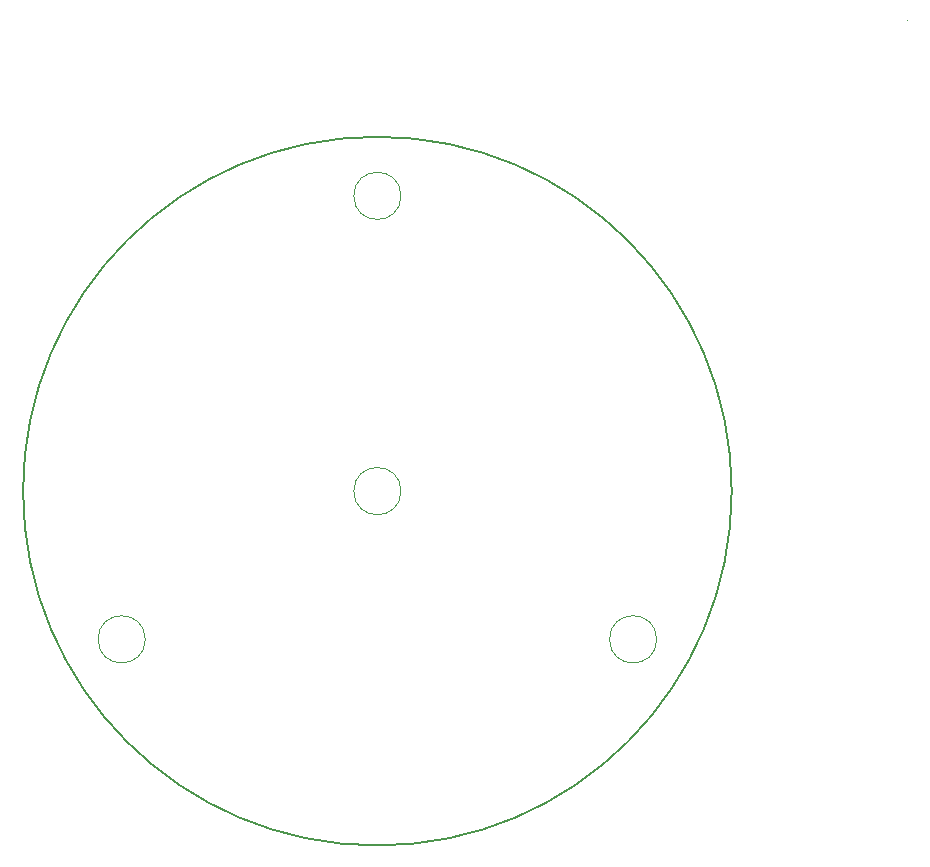
<source format=gm1>
%TF.GenerationSoftware,KiCad,Pcbnew,(6.0.7-1)-1*%
%TF.CreationDate,2022-10-31T10:44:15+05:30*%
%TF.ProjectId,Ac Temp Control V2,41632054-656d-4702-9043-6f6e74726f6c,rev?*%
%TF.SameCoordinates,Original*%
%TF.FileFunction,Profile,NP*%
%FSLAX46Y46*%
G04 Gerber Fmt 4.6, Leading zero omitted, Abs format (unit mm)*
G04 Created by KiCad (PCBNEW (6.0.7-1)-1) date 2022-10-31 10:44:15*
%MOMM*%
%LPD*%
G01*
G04 APERTURE LIST*
%TA.AperFunction,Profile*%
%ADD10C,0.100000*%
%TD*%
%TA.AperFunction,Profile*%
%ADD11C,0.150000*%
%TD*%
G04 APERTURE END LIST*
D10*
X146481802Y-104531802D02*
G75*
G03*
X146481802Y-104531802I-2000000J0D01*
G01*
X124831802Y-117081802D02*
G75*
G03*
X124831802Y-117081802I-2000000J0D01*
G01*
X189350001Y-64700000D02*
G75*
G03*
X189350001Y-64700000I-1J0D01*
G01*
X168131802Y-117081802D02*
G75*
G03*
X168131802Y-117081802I-2000000J0D01*
G01*
X146481802Y-79531802D02*
G75*
G03*
X146481802Y-79531802I-2000000J0D01*
G01*
D11*
X174481802Y-104531802D02*
G75*
G03*
X174481802Y-104531802I-30000000J0D01*
G01*
M02*

</source>
